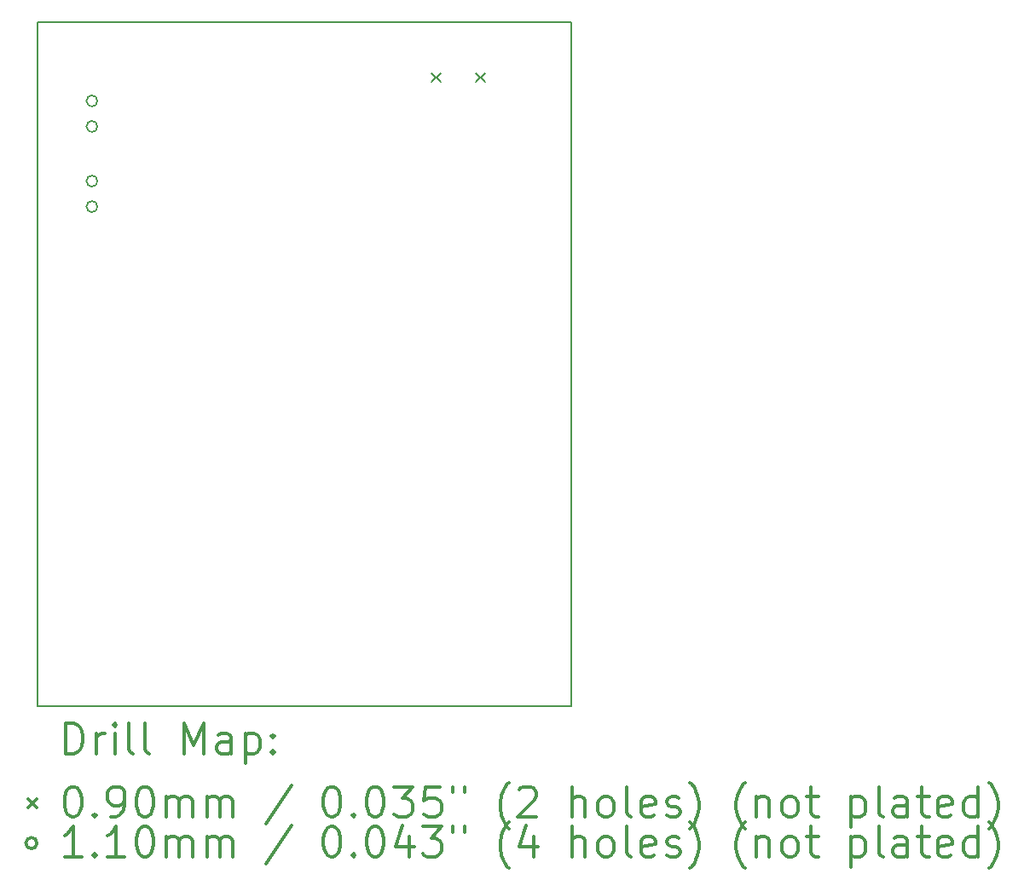
<source format=gbr>
%FSLAX45Y45*%
G04 Gerber Fmt 4.5, Leading zero omitted, Abs format (unit mm)*
G04 Created by KiCad (PCBNEW (5.1.5)-3) date 2023-05-21 11:01:55*
%MOMM*%
%LPD*%
G04 APERTURE LIST*
%TA.AperFunction,Profile*%
%ADD10C,0.150000*%
%TD*%
%ADD11C,0.200000*%
%ADD12C,0.300000*%
G04 APERTURE END LIST*
D10*
X3000000Y-5500000D02*
X3000000Y-12300000D01*
X8300000Y-5500000D02*
X3000000Y-5500000D01*
X8300000Y-12300000D02*
X8300000Y-5500000D01*
X3000000Y-12300000D02*
X8300000Y-12300000D01*
D11*
X6910500Y-6007500D02*
X7000500Y-6097500D01*
X7000500Y-6007500D02*
X6910500Y-6097500D01*
X7350500Y-6007500D02*
X7440500Y-6097500D01*
X7440500Y-6007500D02*
X7350500Y-6097500D01*
X3593220Y-7082790D02*
G75*
G03X3593220Y-7082790I-55000J0D01*
G01*
X3593220Y-7336790D02*
G75*
G03X3593220Y-7336790I-55000J0D01*
G01*
X3593220Y-6286500D02*
G75*
G03X3593220Y-6286500I-55000J0D01*
G01*
X3593220Y-6540500D02*
G75*
G03X3593220Y-6540500I-55000J0D01*
G01*
D12*
X3278928Y-12773214D02*
X3278928Y-12473214D01*
X3350357Y-12473214D01*
X3393214Y-12487500D01*
X3421786Y-12516071D01*
X3436071Y-12544643D01*
X3450357Y-12601786D01*
X3450357Y-12644643D01*
X3436071Y-12701786D01*
X3421786Y-12730357D01*
X3393214Y-12758929D01*
X3350357Y-12773214D01*
X3278928Y-12773214D01*
X3578928Y-12773214D02*
X3578928Y-12573214D01*
X3578928Y-12630357D02*
X3593214Y-12601786D01*
X3607500Y-12587500D01*
X3636071Y-12573214D01*
X3664643Y-12573214D01*
X3764643Y-12773214D02*
X3764643Y-12573214D01*
X3764643Y-12473214D02*
X3750357Y-12487500D01*
X3764643Y-12501786D01*
X3778928Y-12487500D01*
X3764643Y-12473214D01*
X3764643Y-12501786D01*
X3950357Y-12773214D02*
X3921786Y-12758929D01*
X3907500Y-12730357D01*
X3907500Y-12473214D01*
X4107500Y-12773214D02*
X4078928Y-12758929D01*
X4064643Y-12730357D01*
X4064643Y-12473214D01*
X4450357Y-12773214D02*
X4450357Y-12473214D01*
X4550357Y-12687500D01*
X4650357Y-12473214D01*
X4650357Y-12773214D01*
X4921786Y-12773214D02*
X4921786Y-12616071D01*
X4907500Y-12587500D01*
X4878928Y-12573214D01*
X4821786Y-12573214D01*
X4793214Y-12587500D01*
X4921786Y-12758929D02*
X4893214Y-12773214D01*
X4821786Y-12773214D01*
X4793214Y-12758929D01*
X4778928Y-12730357D01*
X4778928Y-12701786D01*
X4793214Y-12673214D01*
X4821786Y-12658929D01*
X4893214Y-12658929D01*
X4921786Y-12644643D01*
X5064643Y-12573214D02*
X5064643Y-12873214D01*
X5064643Y-12587500D02*
X5093214Y-12573214D01*
X5150357Y-12573214D01*
X5178928Y-12587500D01*
X5193214Y-12601786D01*
X5207500Y-12630357D01*
X5207500Y-12716071D01*
X5193214Y-12744643D01*
X5178928Y-12758929D01*
X5150357Y-12773214D01*
X5093214Y-12773214D01*
X5064643Y-12758929D01*
X5336071Y-12744643D02*
X5350357Y-12758929D01*
X5336071Y-12773214D01*
X5321786Y-12758929D01*
X5336071Y-12744643D01*
X5336071Y-12773214D01*
X5336071Y-12587500D02*
X5350357Y-12601786D01*
X5336071Y-12616071D01*
X5321786Y-12601786D01*
X5336071Y-12587500D01*
X5336071Y-12616071D01*
X2902500Y-13222500D02*
X2992500Y-13312500D01*
X2992500Y-13222500D02*
X2902500Y-13312500D01*
X3336071Y-13103214D02*
X3364643Y-13103214D01*
X3393214Y-13117500D01*
X3407500Y-13131786D01*
X3421786Y-13160357D01*
X3436071Y-13217500D01*
X3436071Y-13288929D01*
X3421786Y-13346071D01*
X3407500Y-13374643D01*
X3393214Y-13388929D01*
X3364643Y-13403214D01*
X3336071Y-13403214D01*
X3307500Y-13388929D01*
X3293214Y-13374643D01*
X3278928Y-13346071D01*
X3264643Y-13288929D01*
X3264643Y-13217500D01*
X3278928Y-13160357D01*
X3293214Y-13131786D01*
X3307500Y-13117500D01*
X3336071Y-13103214D01*
X3564643Y-13374643D02*
X3578928Y-13388929D01*
X3564643Y-13403214D01*
X3550357Y-13388929D01*
X3564643Y-13374643D01*
X3564643Y-13403214D01*
X3721786Y-13403214D02*
X3778928Y-13403214D01*
X3807500Y-13388929D01*
X3821786Y-13374643D01*
X3850357Y-13331786D01*
X3864643Y-13274643D01*
X3864643Y-13160357D01*
X3850357Y-13131786D01*
X3836071Y-13117500D01*
X3807500Y-13103214D01*
X3750357Y-13103214D01*
X3721786Y-13117500D01*
X3707500Y-13131786D01*
X3693214Y-13160357D01*
X3693214Y-13231786D01*
X3707500Y-13260357D01*
X3721786Y-13274643D01*
X3750357Y-13288929D01*
X3807500Y-13288929D01*
X3836071Y-13274643D01*
X3850357Y-13260357D01*
X3864643Y-13231786D01*
X4050357Y-13103214D02*
X4078928Y-13103214D01*
X4107500Y-13117500D01*
X4121786Y-13131786D01*
X4136071Y-13160357D01*
X4150357Y-13217500D01*
X4150357Y-13288929D01*
X4136071Y-13346071D01*
X4121786Y-13374643D01*
X4107500Y-13388929D01*
X4078928Y-13403214D01*
X4050357Y-13403214D01*
X4021786Y-13388929D01*
X4007500Y-13374643D01*
X3993214Y-13346071D01*
X3978928Y-13288929D01*
X3978928Y-13217500D01*
X3993214Y-13160357D01*
X4007500Y-13131786D01*
X4021786Y-13117500D01*
X4050357Y-13103214D01*
X4278928Y-13403214D02*
X4278928Y-13203214D01*
X4278928Y-13231786D02*
X4293214Y-13217500D01*
X4321786Y-13203214D01*
X4364643Y-13203214D01*
X4393214Y-13217500D01*
X4407500Y-13246071D01*
X4407500Y-13403214D01*
X4407500Y-13246071D02*
X4421786Y-13217500D01*
X4450357Y-13203214D01*
X4493214Y-13203214D01*
X4521786Y-13217500D01*
X4536071Y-13246071D01*
X4536071Y-13403214D01*
X4678928Y-13403214D02*
X4678928Y-13203214D01*
X4678928Y-13231786D02*
X4693214Y-13217500D01*
X4721786Y-13203214D01*
X4764643Y-13203214D01*
X4793214Y-13217500D01*
X4807500Y-13246071D01*
X4807500Y-13403214D01*
X4807500Y-13246071D02*
X4821786Y-13217500D01*
X4850357Y-13203214D01*
X4893214Y-13203214D01*
X4921786Y-13217500D01*
X4936071Y-13246071D01*
X4936071Y-13403214D01*
X5521786Y-13088929D02*
X5264643Y-13474643D01*
X5907500Y-13103214D02*
X5936071Y-13103214D01*
X5964643Y-13117500D01*
X5978928Y-13131786D01*
X5993214Y-13160357D01*
X6007500Y-13217500D01*
X6007500Y-13288929D01*
X5993214Y-13346071D01*
X5978928Y-13374643D01*
X5964643Y-13388929D01*
X5936071Y-13403214D01*
X5907500Y-13403214D01*
X5878928Y-13388929D01*
X5864643Y-13374643D01*
X5850357Y-13346071D01*
X5836071Y-13288929D01*
X5836071Y-13217500D01*
X5850357Y-13160357D01*
X5864643Y-13131786D01*
X5878928Y-13117500D01*
X5907500Y-13103214D01*
X6136071Y-13374643D02*
X6150357Y-13388929D01*
X6136071Y-13403214D01*
X6121786Y-13388929D01*
X6136071Y-13374643D01*
X6136071Y-13403214D01*
X6336071Y-13103214D02*
X6364643Y-13103214D01*
X6393214Y-13117500D01*
X6407500Y-13131786D01*
X6421786Y-13160357D01*
X6436071Y-13217500D01*
X6436071Y-13288929D01*
X6421786Y-13346071D01*
X6407500Y-13374643D01*
X6393214Y-13388929D01*
X6364643Y-13403214D01*
X6336071Y-13403214D01*
X6307500Y-13388929D01*
X6293214Y-13374643D01*
X6278928Y-13346071D01*
X6264643Y-13288929D01*
X6264643Y-13217500D01*
X6278928Y-13160357D01*
X6293214Y-13131786D01*
X6307500Y-13117500D01*
X6336071Y-13103214D01*
X6536071Y-13103214D02*
X6721786Y-13103214D01*
X6621786Y-13217500D01*
X6664643Y-13217500D01*
X6693214Y-13231786D01*
X6707500Y-13246071D01*
X6721786Y-13274643D01*
X6721786Y-13346071D01*
X6707500Y-13374643D01*
X6693214Y-13388929D01*
X6664643Y-13403214D01*
X6578928Y-13403214D01*
X6550357Y-13388929D01*
X6536071Y-13374643D01*
X6993214Y-13103214D02*
X6850357Y-13103214D01*
X6836071Y-13246071D01*
X6850357Y-13231786D01*
X6878928Y-13217500D01*
X6950357Y-13217500D01*
X6978928Y-13231786D01*
X6993214Y-13246071D01*
X7007500Y-13274643D01*
X7007500Y-13346071D01*
X6993214Y-13374643D01*
X6978928Y-13388929D01*
X6950357Y-13403214D01*
X6878928Y-13403214D01*
X6850357Y-13388929D01*
X6836071Y-13374643D01*
X7121786Y-13103214D02*
X7121786Y-13160357D01*
X7236071Y-13103214D02*
X7236071Y-13160357D01*
X7678928Y-13517500D02*
X7664643Y-13503214D01*
X7636071Y-13460357D01*
X7621786Y-13431786D01*
X7607500Y-13388929D01*
X7593214Y-13317500D01*
X7593214Y-13260357D01*
X7607500Y-13188929D01*
X7621786Y-13146071D01*
X7636071Y-13117500D01*
X7664643Y-13074643D01*
X7678928Y-13060357D01*
X7778928Y-13131786D02*
X7793214Y-13117500D01*
X7821786Y-13103214D01*
X7893214Y-13103214D01*
X7921786Y-13117500D01*
X7936071Y-13131786D01*
X7950357Y-13160357D01*
X7950357Y-13188929D01*
X7936071Y-13231786D01*
X7764643Y-13403214D01*
X7950357Y-13403214D01*
X8307500Y-13403214D02*
X8307500Y-13103214D01*
X8436071Y-13403214D02*
X8436071Y-13246071D01*
X8421786Y-13217500D01*
X8393214Y-13203214D01*
X8350357Y-13203214D01*
X8321786Y-13217500D01*
X8307500Y-13231786D01*
X8621786Y-13403214D02*
X8593214Y-13388929D01*
X8578928Y-13374643D01*
X8564643Y-13346071D01*
X8564643Y-13260357D01*
X8578928Y-13231786D01*
X8593214Y-13217500D01*
X8621786Y-13203214D01*
X8664643Y-13203214D01*
X8693214Y-13217500D01*
X8707500Y-13231786D01*
X8721786Y-13260357D01*
X8721786Y-13346071D01*
X8707500Y-13374643D01*
X8693214Y-13388929D01*
X8664643Y-13403214D01*
X8621786Y-13403214D01*
X8893214Y-13403214D02*
X8864643Y-13388929D01*
X8850357Y-13360357D01*
X8850357Y-13103214D01*
X9121786Y-13388929D02*
X9093214Y-13403214D01*
X9036071Y-13403214D01*
X9007500Y-13388929D01*
X8993214Y-13360357D01*
X8993214Y-13246071D01*
X9007500Y-13217500D01*
X9036071Y-13203214D01*
X9093214Y-13203214D01*
X9121786Y-13217500D01*
X9136071Y-13246071D01*
X9136071Y-13274643D01*
X8993214Y-13303214D01*
X9250357Y-13388929D02*
X9278928Y-13403214D01*
X9336071Y-13403214D01*
X9364643Y-13388929D01*
X9378928Y-13360357D01*
X9378928Y-13346071D01*
X9364643Y-13317500D01*
X9336071Y-13303214D01*
X9293214Y-13303214D01*
X9264643Y-13288929D01*
X9250357Y-13260357D01*
X9250357Y-13246071D01*
X9264643Y-13217500D01*
X9293214Y-13203214D01*
X9336071Y-13203214D01*
X9364643Y-13217500D01*
X9478928Y-13517500D02*
X9493214Y-13503214D01*
X9521786Y-13460357D01*
X9536071Y-13431786D01*
X9550357Y-13388929D01*
X9564643Y-13317500D01*
X9564643Y-13260357D01*
X9550357Y-13188929D01*
X9536071Y-13146071D01*
X9521786Y-13117500D01*
X9493214Y-13074643D01*
X9478928Y-13060357D01*
X10021786Y-13517500D02*
X10007500Y-13503214D01*
X9978928Y-13460357D01*
X9964643Y-13431786D01*
X9950357Y-13388929D01*
X9936071Y-13317500D01*
X9936071Y-13260357D01*
X9950357Y-13188929D01*
X9964643Y-13146071D01*
X9978928Y-13117500D01*
X10007500Y-13074643D01*
X10021786Y-13060357D01*
X10136071Y-13203214D02*
X10136071Y-13403214D01*
X10136071Y-13231786D02*
X10150357Y-13217500D01*
X10178928Y-13203214D01*
X10221786Y-13203214D01*
X10250357Y-13217500D01*
X10264643Y-13246071D01*
X10264643Y-13403214D01*
X10450357Y-13403214D02*
X10421786Y-13388929D01*
X10407500Y-13374643D01*
X10393214Y-13346071D01*
X10393214Y-13260357D01*
X10407500Y-13231786D01*
X10421786Y-13217500D01*
X10450357Y-13203214D01*
X10493214Y-13203214D01*
X10521786Y-13217500D01*
X10536071Y-13231786D01*
X10550357Y-13260357D01*
X10550357Y-13346071D01*
X10536071Y-13374643D01*
X10521786Y-13388929D01*
X10493214Y-13403214D01*
X10450357Y-13403214D01*
X10636071Y-13203214D02*
X10750357Y-13203214D01*
X10678928Y-13103214D02*
X10678928Y-13360357D01*
X10693214Y-13388929D01*
X10721786Y-13403214D01*
X10750357Y-13403214D01*
X11078928Y-13203214D02*
X11078928Y-13503214D01*
X11078928Y-13217500D02*
X11107500Y-13203214D01*
X11164643Y-13203214D01*
X11193214Y-13217500D01*
X11207500Y-13231786D01*
X11221786Y-13260357D01*
X11221786Y-13346071D01*
X11207500Y-13374643D01*
X11193214Y-13388929D01*
X11164643Y-13403214D01*
X11107500Y-13403214D01*
X11078928Y-13388929D01*
X11393214Y-13403214D02*
X11364643Y-13388929D01*
X11350357Y-13360357D01*
X11350357Y-13103214D01*
X11636071Y-13403214D02*
X11636071Y-13246071D01*
X11621786Y-13217500D01*
X11593214Y-13203214D01*
X11536071Y-13203214D01*
X11507500Y-13217500D01*
X11636071Y-13388929D02*
X11607500Y-13403214D01*
X11536071Y-13403214D01*
X11507500Y-13388929D01*
X11493214Y-13360357D01*
X11493214Y-13331786D01*
X11507500Y-13303214D01*
X11536071Y-13288929D01*
X11607500Y-13288929D01*
X11636071Y-13274643D01*
X11736071Y-13203214D02*
X11850357Y-13203214D01*
X11778928Y-13103214D02*
X11778928Y-13360357D01*
X11793214Y-13388929D01*
X11821786Y-13403214D01*
X11850357Y-13403214D01*
X12064643Y-13388929D02*
X12036071Y-13403214D01*
X11978928Y-13403214D01*
X11950357Y-13388929D01*
X11936071Y-13360357D01*
X11936071Y-13246071D01*
X11950357Y-13217500D01*
X11978928Y-13203214D01*
X12036071Y-13203214D01*
X12064643Y-13217500D01*
X12078928Y-13246071D01*
X12078928Y-13274643D01*
X11936071Y-13303214D01*
X12336071Y-13403214D02*
X12336071Y-13103214D01*
X12336071Y-13388929D02*
X12307500Y-13403214D01*
X12250357Y-13403214D01*
X12221786Y-13388929D01*
X12207500Y-13374643D01*
X12193214Y-13346071D01*
X12193214Y-13260357D01*
X12207500Y-13231786D01*
X12221786Y-13217500D01*
X12250357Y-13203214D01*
X12307500Y-13203214D01*
X12336071Y-13217500D01*
X12450357Y-13517500D02*
X12464643Y-13503214D01*
X12493214Y-13460357D01*
X12507500Y-13431786D01*
X12521786Y-13388929D01*
X12536071Y-13317500D01*
X12536071Y-13260357D01*
X12521786Y-13188929D01*
X12507500Y-13146071D01*
X12493214Y-13117500D01*
X12464643Y-13074643D01*
X12450357Y-13060357D01*
X2992500Y-13663500D02*
G75*
G03X2992500Y-13663500I-55000J0D01*
G01*
X3436071Y-13799214D02*
X3264643Y-13799214D01*
X3350357Y-13799214D02*
X3350357Y-13499214D01*
X3321786Y-13542071D01*
X3293214Y-13570643D01*
X3264643Y-13584929D01*
X3564643Y-13770643D02*
X3578928Y-13784929D01*
X3564643Y-13799214D01*
X3550357Y-13784929D01*
X3564643Y-13770643D01*
X3564643Y-13799214D01*
X3864643Y-13799214D02*
X3693214Y-13799214D01*
X3778928Y-13799214D02*
X3778928Y-13499214D01*
X3750357Y-13542071D01*
X3721786Y-13570643D01*
X3693214Y-13584929D01*
X4050357Y-13499214D02*
X4078928Y-13499214D01*
X4107500Y-13513500D01*
X4121786Y-13527786D01*
X4136071Y-13556357D01*
X4150357Y-13613500D01*
X4150357Y-13684929D01*
X4136071Y-13742071D01*
X4121786Y-13770643D01*
X4107500Y-13784929D01*
X4078928Y-13799214D01*
X4050357Y-13799214D01*
X4021786Y-13784929D01*
X4007500Y-13770643D01*
X3993214Y-13742071D01*
X3978928Y-13684929D01*
X3978928Y-13613500D01*
X3993214Y-13556357D01*
X4007500Y-13527786D01*
X4021786Y-13513500D01*
X4050357Y-13499214D01*
X4278928Y-13799214D02*
X4278928Y-13599214D01*
X4278928Y-13627786D02*
X4293214Y-13613500D01*
X4321786Y-13599214D01*
X4364643Y-13599214D01*
X4393214Y-13613500D01*
X4407500Y-13642071D01*
X4407500Y-13799214D01*
X4407500Y-13642071D02*
X4421786Y-13613500D01*
X4450357Y-13599214D01*
X4493214Y-13599214D01*
X4521786Y-13613500D01*
X4536071Y-13642071D01*
X4536071Y-13799214D01*
X4678928Y-13799214D02*
X4678928Y-13599214D01*
X4678928Y-13627786D02*
X4693214Y-13613500D01*
X4721786Y-13599214D01*
X4764643Y-13599214D01*
X4793214Y-13613500D01*
X4807500Y-13642071D01*
X4807500Y-13799214D01*
X4807500Y-13642071D02*
X4821786Y-13613500D01*
X4850357Y-13599214D01*
X4893214Y-13599214D01*
X4921786Y-13613500D01*
X4936071Y-13642071D01*
X4936071Y-13799214D01*
X5521786Y-13484929D02*
X5264643Y-13870643D01*
X5907500Y-13499214D02*
X5936071Y-13499214D01*
X5964643Y-13513500D01*
X5978928Y-13527786D01*
X5993214Y-13556357D01*
X6007500Y-13613500D01*
X6007500Y-13684929D01*
X5993214Y-13742071D01*
X5978928Y-13770643D01*
X5964643Y-13784929D01*
X5936071Y-13799214D01*
X5907500Y-13799214D01*
X5878928Y-13784929D01*
X5864643Y-13770643D01*
X5850357Y-13742071D01*
X5836071Y-13684929D01*
X5836071Y-13613500D01*
X5850357Y-13556357D01*
X5864643Y-13527786D01*
X5878928Y-13513500D01*
X5907500Y-13499214D01*
X6136071Y-13770643D02*
X6150357Y-13784929D01*
X6136071Y-13799214D01*
X6121786Y-13784929D01*
X6136071Y-13770643D01*
X6136071Y-13799214D01*
X6336071Y-13499214D02*
X6364643Y-13499214D01*
X6393214Y-13513500D01*
X6407500Y-13527786D01*
X6421786Y-13556357D01*
X6436071Y-13613500D01*
X6436071Y-13684929D01*
X6421786Y-13742071D01*
X6407500Y-13770643D01*
X6393214Y-13784929D01*
X6364643Y-13799214D01*
X6336071Y-13799214D01*
X6307500Y-13784929D01*
X6293214Y-13770643D01*
X6278928Y-13742071D01*
X6264643Y-13684929D01*
X6264643Y-13613500D01*
X6278928Y-13556357D01*
X6293214Y-13527786D01*
X6307500Y-13513500D01*
X6336071Y-13499214D01*
X6693214Y-13599214D02*
X6693214Y-13799214D01*
X6621786Y-13484929D02*
X6550357Y-13699214D01*
X6736071Y-13699214D01*
X6821786Y-13499214D02*
X7007500Y-13499214D01*
X6907500Y-13613500D01*
X6950357Y-13613500D01*
X6978928Y-13627786D01*
X6993214Y-13642071D01*
X7007500Y-13670643D01*
X7007500Y-13742071D01*
X6993214Y-13770643D01*
X6978928Y-13784929D01*
X6950357Y-13799214D01*
X6864643Y-13799214D01*
X6836071Y-13784929D01*
X6821786Y-13770643D01*
X7121786Y-13499214D02*
X7121786Y-13556357D01*
X7236071Y-13499214D02*
X7236071Y-13556357D01*
X7678928Y-13913500D02*
X7664643Y-13899214D01*
X7636071Y-13856357D01*
X7621786Y-13827786D01*
X7607500Y-13784929D01*
X7593214Y-13713500D01*
X7593214Y-13656357D01*
X7607500Y-13584929D01*
X7621786Y-13542071D01*
X7636071Y-13513500D01*
X7664643Y-13470643D01*
X7678928Y-13456357D01*
X7921786Y-13599214D02*
X7921786Y-13799214D01*
X7850357Y-13484929D02*
X7778928Y-13699214D01*
X7964643Y-13699214D01*
X8307500Y-13799214D02*
X8307500Y-13499214D01*
X8436071Y-13799214D02*
X8436071Y-13642071D01*
X8421786Y-13613500D01*
X8393214Y-13599214D01*
X8350357Y-13599214D01*
X8321786Y-13613500D01*
X8307500Y-13627786D01*
X8621786Y-13799214D02*
X8593214Y-13784929D01*
X8578928Y-13770643D01*
X8564643Y-13742071D01*
X8564643Y-13656357D01*
X8578928Y-13627786D01*
X8593214Y-13613500D01*
X8621786Y-13599214D01*
X8664643Y-13599214D01*
X8693214Y-13613500D01*
X8707500Y-13627786D01*
X8721786Y-13656357D01*
X8721786Y-13742071D01*
X8707500Y-13770643D01*
X8693214Y-13784929D01*
X8664643Y-13799214D01*
X8621786Y-13799214D01*
X8893214Y-13799214D02*
X8864643Y-13784929D01*
X8850357Y-13756357D01*
X8850357Y-13499214D01*
X9121786Y-13784929D02*
X9093214Y-13799214D01*
X9036071Y-13799214D01*
X9007500Y-13784929D01*
X8993214Y-13756357D01*
X8993214Y-13642071D01*
X9007500Y-13613500D01*
X9036071Y-13599214D01*
X9093214Y-13599214D01*
X9121786Y-13613500D01*
X9136071Y-13642071D01*
X9136071Y-13670643D01*
X8993214Y-13699214D01*
X9250357Y-13784929D02*
X9278928Y-13799214D01*
X9336071Y-13799214D01*
X9364643Y-13784929D01*
X9378928Y-13756357D01*
X9378928Y-13742071D01*
X9364643Y-13713500D01*
X9336071Y-13699214D01*
X9293214Y-13699214D01*
X9264643Y-13684929D01*
X9250357Y-13656357D01*
X9250357Y-13642071D01*
X9264643Y-13613500D01*
X9293214Y-13599214D01*
X9336071Y-13599214D01*
X9364643Y-13613500D01*
X9478928Y-13913500D02*
X9493214Y-13899214D01*
X9521786Y-13856357D01*
X9536071Y-13827786D01*
X9550357Y-13784929D01*
X9564643Y-13713500D01*
X9564643Y-13656357D01*
X9550357Y-13584929D01*
X9536071Y-13542071D01*
X9521786Y-13513500D01*
X9493214Y-13470643D01*
X9478928Y-13456357D01*
X10021786Y-13913500D02*
X10007500Y-13899214D01*
X9978928Y-13856357D01*
X9964643Y-13827786D01*
X9950357Y-13784929D01*
X9936071Y-13713500D01*
X9936071Y-13656357D01*
X9950357Y-13584929D01*
X9964643Y-13542071D01*
X9978928Y-13513500D01*
X10007500Y-13470643D01*
X10021786Y-13456357D01*
X10136071Y-13599214D02*
X10136071Y-13799214D01*
X10136071Y-13627786D02*
X10150357Y-13613500D01*
X10178928Y-13599214D01*
X10221786Y-13599214D01*
X10250357Y-13613500D01*
X10264643Y-13642071D01*
X10264643Y-13799214D01*
X10450357Y-13799214D02*
X10421786Y-13784929D01*
X10407500Y-13770643D01*
X10393214Y-13742071D01*
X10393214Y-13656357D01*
X10407500Y-13627786D01*
X10421786Y-13613500D01*
X10450357Y-13599214D01*
X10493214Y-13599214D01*
X10521786Y-13613500D01*
X10536071Y-13627786D01*
X10550357Y-13656357D01*
X10550357Y-13742071D01*
X10536071Y-13770643D01*
X10521786Y-13784929D01*
X10493214Y-13799214D01*
X10450357Y-13799214D01*
X10636071Y-13599214D02*
X10750357Y-13599214D01*
X10678928Y-13499214D02*
X10678928Y-13756357D01*
X10693214Y-13784929D01*
X10721786Y-13799214D01*
X10750357Y-13799214D01*
X11078928Y-13599214D02*
X11078928Y-13899214D01*
X11078928Y-13613500D02*
X11107500Y-13599214D01*
X11164643Y-13599214D01*
X11193214Y-13613500D01*
X11207500Y-13627786D01*
X11221786Y-13656357D01*
X11221786Y-13742071D01*
X11207500Y-13770643D01*
X11193214Y-13784929D01*
X11164643Y-13799214D01*
X11107500Y-13799214D01*
X11078928Y-13784929D01*
X11393214Y-13799214D02*
X11364643Y-13784929D01*
X11350357Y-13756357D01*
X11350357Y-13499214D01*
X11636071Y-13799214D02*
X11636071Y-13642071D01*
X11621786Y-13613500D01*
X11593214Y-13599214D01*
X11536071Y-13599214D01*
X11507500Y-13613500D01*
X11636071Y-13784929D02*
X11607500Y-13799214D01*
X11536071Y-13799214D01*
X11507500Y-13784929D01*
X11493214Y-13756357D01*
X11493214Y-13727786D01*
X11507500Y-13699214D01*
X11536071Y-13684929D01*
X11607500Y-13684929D01*
X11636071Y-13670643D01*
X11736071Y-13599214D02*
X11850357Y-13599214D01*
X11778928Y-13499214D02*
X11778928Y-13756357D01*
X11793214Y-13784929D01*
X11821786Y-13799214D01*
X11850357Y-13799214D01*
X12064643Y-13784929D02*
X12036071Y-13799214D01*
X11978928Y-13799214D01*
X11950357Y-13784929D01*
X11936071Y-13756357D01*
X11936071Y-13642071D01*
X11950357Y-13613500D01*
X11978928Y-13599214D01*
X12036071Y-13599214D01*
X12064643Y-13613500D01*
X12078928Y-13642071D01*
X12078928Y-13670643D01*
X11936071Y-13699214D01*
X12336071Y-13799214D02*
X12336071Y-13499214D01*
X12336071Y-13784929D02*
X12307500Y-13799214D01*
X12250357Y-13799214D01*
X12221786Y-13784929D01*
X12207500Y-13770643D01*
X12193214Y-13742071D01*
X12193214Y-13656357D01*
X12207500Y-13627786D01*
X12221786Y-13613500D01*
X12250357Y-13599214D01*
X12307500Y-13599214D01*
X12336071Y-13613500D01*
X12450357Y-13913500D02*
X12464643Y-13899214D01*
X12493214Y-13856357D01*
X12507500Y-13827786D01*
X12521786Y-13784929D01*
X12536071Y-13713500D01*
X12536071Y-13656357D01*
X12521786Y-13584929D01*
X12507500Y-13542071D01*
X12493214Y-13513500D01*
X12464643Y-13470643D01*
X12450357Y-13456357D01*
M02*

</source>
